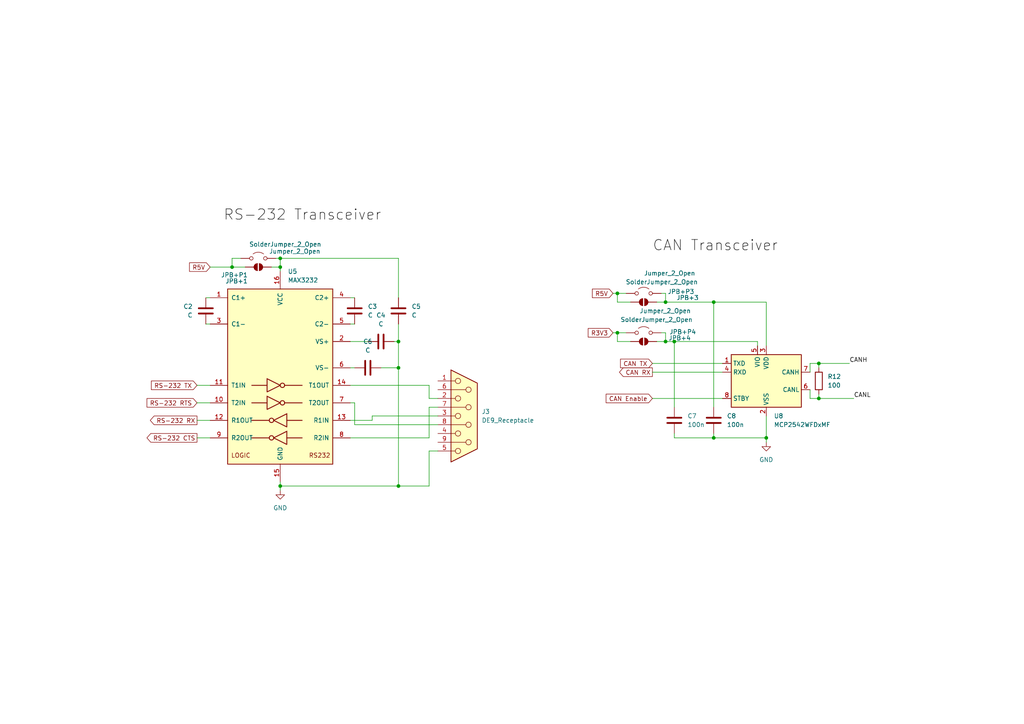
<source format=kicad_sch>
(kicad_sch (version 20231120) (generator "eeschema") (generator_version "8.0")
  (paper "A4")
  (lib_symbols
    (symbol "Connector:DE9_Receptacle" (pin_names (offset 1.016) hide)
      (property "Reference" "J" (at 0 13.97 0))
      (property "Value" "DE9_Receptacle" (at 0 -14.605 0))
      (symbol "DE9_Receptacle_0_1"
        (circle (center -1.778 -10.16) (radius 0.762))
        (circle (center -1.778 -5.08) (radius 0.762))
        (circle (center -1.778 0) (radius 0.762))
        (circle (center -1.778 5.08) (radius 0.762))
        (circle (center -1.778 10.16) (radius 0.762))
        (polyline (pts (xy -3.81 -10.16) (xy -2.54 -10.16)))
        (polyline (pts (xy -3.81 -7.62) (xy 0.508 -7.62)))
        (polyline (pts (xy -3.81 -5.08) (xy -2.54 -5.08)))
        (polyline (pts (xy -3.81 -2.54) (xy 0.508 -2.54)))
        (polyline (pts (xy -3.81 0) (xy -2.54 0)))
        (polyline (pts (xy -3.81 2.54) (xy 0.508 2.54)))
        (polyline (pts (xy -3.81 5.08) (xy -2.54 5.08)))
        (polyline (pts (xy -3.81 7.62) (xy 0.508 7.62)))
        (polyline (pts (xy -3.81 10.16) (xy -2.54 10.16)))
        (polyline (pts (xy -3.81 13.335) (xy -3.81 -13.335) (xy 3.81 -9.525) (xy 3.81 9.525) (xy -3.81 13.335)) (stroke (width 0.254)) (fill (type background)))
        (circle (center 1.27 -7.62) (radius 0.762))
        (circle (center 1.27 -2.54) (radius 0.762))
        (circle (center 1.27 2.54) (radius 0.762))
        (circle (center 1.27 7.62) (radius 0.762))
      )
      (symbol "DE9_Receptacle_1_1"
        (pin passive line (at -7.62 10.16 0) (length 3.81) (name "1") (number "1"))
        (pin passive line (at -7.62 5.08 0) (length 3.81) (name "2") (number "2"))
        (pin passive line (at -7.62 0 0) (length 3.81) (name "3") (number "3"))
        (pin passive line (at -7.62 -5.08 0) (length 3.81) (name "4") (number "4"))
        (pin passive line (at -7.62 -10.16 0) (length 3.81) (name "5") (number "5"))
        (pin passive line (at -7.62 7.62 0) (length 3.81) (name "6") (number "6"))
        (pin passive line (at -7.62 2.54 0) (length 3.81) (name "7") (number "7"))
        (pin passive line (at -7.62 -2.54 0) (length 3.81) (name "8") (number "8"))
        (pin passive line (at -7.62 -7.62 0) (length 3.81) (name "9") (number "9"))
      )
    )
    (symbol "Device:C" (pin_numbers hide) (pin_names (offset 0.254))
      (property "Reference" "C" (at 0.635 2.54 0))
      (property "Value" "C" (at 0.635 -2.54 0))
      (symbol "C_0_1"
        (polyline (pts (xy -2.032 -0.762) (xy 2.032 -0.762)) (stroke (width 0.508)))
        (polyline (pts (xy -2.032 0.762) (xy 2.032 0.762)) (stroke (width 0.508)))
      )
      (symbol "C_1_1"
        (pin passive line (at 0 3.81 270) (length 2.794) (name "~") (number "1"))
        (pin passive line (at 0 -3.81 90) (length 2.794) (name "~") (number "2"))
      )
    )
    (symbol "Device:R" (pin_numbers hide) (pin_names (offset 0))
      (property "Reference" "R" (at 2.032 0 90))
      (property "Value" "R" (at 0 0 90))
      (symbol "R_0_1"
        (rectangle (start -1.016 -2.54) (end 1.016 2.54) (stroke (width 0.254)))
      )
      (symbol "R_1_1"
        (pin passive line (at 0 3.81 270) (length 1.27) (name "~") (number "1"))
        (pin passive line (at 0 -3.81 90) (length 1.27) (name "~") (number "2"))
      )
    )
    (symbol "Interface_CAN_LIN:MCP2542WFDxMF"
      (property "Reference" "U" (at -10.16 8.89 0))
      (property "Value" "MCP2542WFDxMF" (at 2.54 8.89 0))
      (symbol "MCP2542WFDxMF_0_1"
        (rectangle (start -10.16 7.62) (end 10.16 -7.62) (stroke (width 0.254)) (fill (type background)))
      )
      (symbol "MCP2542WFDxMF_1_1"
        (pin input line (at -12.7 5.08 0) (length 2.54) (name "TXD") (number "1"))
        (pin power_in line (at 0 -10.16 90) (length 2.54) (name "VSS") (number "2"))
        (pin power_in line (at 0 10.16 270) (length 2.54) (name "VDD") (number "3"))
        (pin output line (at -12.7 2.54 0) (length 2.54) (name "RXD") (number "4"))
        (pin power_in line (at -2.54 10.16 270) (length 2.54) (name "VIO") (number "5"))
        (pin bidirectional line (at 12.7 -2.54 180) (length 2.54) (name "CANL") (number "6"))
        (pin bidirectional line (at 12.7 2.54 180) (length 2.54) (name "CANH") (number "7"))
        (pin input line (at -12.7 -5.08 0) (length 2.54) (name "STBY") (number "8"))
        (pin passive line (at 0 -10.16 90) (length 2.54) hide (name "VSS") (number "9"))
      )
    )
    (symbol "Interface_UART:MAX3232" (pin_names (offset 1.016))
      (property "Reference" "U" (at -2.54 28.575 0))
      (property "Value" "MAX3232" (at -2.54 26.67 0))
      (symbol "MAX3232_0_0"
        (text "LOGIC" (at -11.43 -22.86 0) (effects (font (size 1.27 1.27))))
        (text "RS232" (at 11.43 -22.86 0) (effects (font (size 1.27 1.27))))
      )
      (symbol "MAX3232_0_1"
        (rectangle (start -15.24 -25.4) (end 15.24 25.4) (stroke (width 0.254)) (fill (type background)))
        (circle (center -2.54 -17.78) (radius 0.635) (stroke (width 0.254)))
        (circle (center -2.54 -12.7) (radius 0.635) (stroke (width 0.254)))
        (polyline (pts (xy -3.81 -7.62) (xy -8.255 -7.62)) (stroke (width 0.254)))
        (polyline (pts (xy -3.81 -2.54) (xy -8.255 -2.54)) (stroke (width 0.254)))
        (polyline (pts (xy -3.175 -17.78) (xy -8.255 -17.78)) (stroke (width 0.254)))
        (polyline (pts (xy -3.175 -12.7) (xy -8.255 -12.7)) (stroke (width 0.254)))
        (polyline (pts (xy 1.27 -7.62) (xy 6.35 -7.62)) (stroke (width 0.254)))
        (polyline (pts (xy 1.27 -2.54) (xy 6.35 -2.54)) (stroke (width 0.254)))
        (polyline (pts (xy 1.905 -17.78) (xy 6.35 -17.78)) (stroke (width 0.254)))
        (polyline (pts (xy 1.905 -12.7) (xy 6.35 -12.7)) (stroke (width 0.254)))
        (polyline (pts (xy -3.81 -5.715) (xy -3.81 -9.525) (xy 0 -7.62) (xy -3.81 -5.715)) (stroke (width 0.254)))
        (polyline (pts (xy -3.81 -0.635) (xy -3.81 -4.445) (xy 0 -2.54) (xy -3.81 -0.635)) (stroke (width 0.254)))
        (polyline (pts (xy 1.905 -15.875) (xy 1.905 -19.685) (xy -1.905 -17.78) (xy 1.905 -15.875)) (stroke (width 0.254)))
        (polyline (pts (xy 1.905 -10.795) (xy 1.905 -14.605) (xy -1.905 -12.7) (xy 1.905 -10.795)) (stroke (width 0.254)))
        (circle (center 0.635 -7.62) (radius 0.635) (stroke (width 0.254)))
        (circle (center 0.635 -2.54) (radius 0.635) (stroke (width 0.254)))
      )
      (symbol "MAX3232_1_1"
        (pin passive line (at -20.32 22.86 0) (length 5.08) (name "C1+") (number "1"))
        (pin input line (at -20.32 -7.62 0) (length 5.08) (name "T2IN") (number "10"))
        (pin input line (at -20.32 -2.54 0) (length 5.08) (name "T1IN") (number "11"))
        (pin output line (at -20.32 -12.7 0) (length 5.08) (name "R1OUT") (number "12"))
        (pin input line (at 20.32 -12.7 180) (length 5.08) (name "R1IN") (number "13"))
        (pin output line (at 20.32 -2.54 180) (length 5.08) (name "T1OUT") (number "14"))
        (pin power_in line (at 0 -30.48 90) (length 5.08) (name "GND") (number "15"))
        (pin power_in line (at 0 30.48 270) (length 5.08) (name "VCC") (number "16"))
        (pin power_out line (at 20.32 10.16 180) (length 5.08) (name "VS+") (number "2"))
        (pin passive line (at -20.32 15.24 0) (length 5.08) (name "C1-") (number "3"))
        (pin passive line (at 20.32 22.86 180) (length 5.08) (name "C2+") (number "4"))
        (pin passive line (at 20.32 15.24 180) (length 5.08) (name "C2-") (number "5"))
        (pin power_out line (at 20.32 2.54 180) (length 5.08) (name "VS-") (number "6"))
        (pin output line (at 20.32 -7.62 180) (length 5.08) (name "T2OUT") (number "7"))
        (pin input line (at 20.32 -17.78 180) (length 5.08) (name "R2IN") (number "8"))
        (pin output line (at -20.32 -17.78 0) (length 5.08) (name "R2OUT") (number "9"))
      )
    )
    (symbol "Jumper:Jumper_2_Open" (pin_numbers hide) (pin_names (offset 0) hide) (exclude_from_sim yes)
      (property "Reference" "JP" (at 0 2.794 0))
      (property "Value" "Jumper_2_Open" (at 0 -2.286 0))
      (symbol "Jumper_2_Open_0_0"
        (circle (center -2.032 0) (radius 0.508))
        (circle (center 2.032 0) (radius 0.508))
      )
      (symbol "Jumper_2_Open_0_1"
        (arc (start 1.524 1.27) (mid 0 1.778) (end -1.524 1.27))
      )
      (symbol "Jumper_2_Open_1_1"
        (pin passive line (at -5.08 0 0) (length 2.54) (name "A") (number "1"))
        (pin passive line (at 5.08 0 180) (length 2.54) (name "B") (number "2"))
      )
    )
    (symbol "Jumper:SolderJumper_2_Open" (pin_numbers hide) (pin_names (offset 0) hide) (exclude_from_sim yes) (in_bom no)
      (property "Reference" "JP" (at 0 2.032 0))
      (property "Value" "SolderJumper_2_Open" (at 0 -2.54 0))
      (symbol "SolderJumper_2_Open_0_1"
        (arc (start -0.254 1.016) (mid -1.2656 0) (end -0.254 -1.016))
        (arc (start -0.254 1.016) (mid -1.2656 0) (end -0.254 -1.016) (fill (type outline)))
        (polyline (pts (xy -0.254 1.016) (xy -0.254 -1.016)))
        (polyline (pts (xy 0.254 1.016) (xy 0.254 -1.016)))
        (arc (start 0.254 -1.016) (mid 1.2656 0) (end 0.254 1.016))
        (arc (start 0.254 -1.016) (mid 1.2656 0) (end 0.254 1.016) (fill (type outline)))
      )
      (symbol "SolderJumper_2_Open_1_1"
        (pin passive line (at -3.81 0 0) (length 2.54) (name "A") (number "1"))
        (pin passive line (at 3.81 0 180) (length 2.54) (name "B") (number "2"))
      )
    )
    (symbol "power:GND" (power) (pin_numbers hide) (pin_names (offset 0) hide)
      (property "Value" "GND" (at 0 -3.81 0))
      (symbol "GND_0_1"
        (polyline (pts (xy 0 0) (xy 0 -1.27) (xy 1.27 -1.27) (xy 0 -2.54) (xy -1.27 -1.27) (xy 0 -1.27)))
      )
      (symbol "GND_1_1"
        (pin power_in line (at 0 0 270) (length 0) (name "~") (number "1"))
      )
    )
  )
  (junction (at 237.49 105.41))
  (junction (at 237.49 115.57))
  (junction (at 81.28 140.97))
  (junction (at 115.57 106.68))
  (junction (at 207.01 87.63))
  (junction (at 67.31 77.47))
  (junction (at 193.04 99.06))
  (junction (at 81.28 74.93))
  (junction (at 193.04 87.63))
  (junction (at 179.07 96.52))
  (junction (at 81.28 77.47))
  (junction (at 222.25 127))
  (junction (at 115.57 140.97))
  (junction (at 207.01 127))
  (junction (at 179.07 85.09))
  (junction (at 115.57 99.06))
  (junction (at 195.58 99.06))
  (wire (pts (xy 193.04 87.63) (xy 193.04 85.09)))
  (wire (pts (xy 193.04 99.06) (xy 195.58 99.06)))
  (wire (pts (xy 189.23 115.57) (xy 209.55 115.57)))
  (wire (pts (xy 234.95 113.03) (xy 234.95 115.57)))
  (wire (pts (xy 179.07 87.63) (xy 179.07 85.09)))
  (wire (pts (xy 207.01 118.11) (xy 207.01 87.63)))
  (wire (pts (xy 195.58 125.73) (xy 195.58 127)))
  (wire (pts (xy 81.28 74.93) (xy 115.57 74.93)))
  (wire (pts (xy 207.01 125.73) (xy 207.01 127)))
  (wire (pts (xy 189.23 105.41) (xy 209.55 105.41)))
  (wire (pts (xy 115.57 99.06) (xy 115.57 106.68)))
  (wire (pts (xy 124.46 140.97) (xy 124.46 130.81)))
  (wire (pts (xy 179.07 96.52) (xy 179.07 99.06)))
  (wire (pts (xy 182.88 99.06) (xy 179.07 99.06)))
  (wire (pts (xy 59.69 93.98) (xy 60.96 93.98)))
  (wire (pts (xy 101.6 106.68) (xy 102.87 106.68)))
  (wire (pts (xy 101.6 127) (xy 124.46 127)))
  (wire (pts (xy 195.58 99.06) (xy 219.71 99.06)))
  (wire (pts (xy 124.46 115.57) (xy 127 115.57)))
  (wire (pts (xy 124.46 127) (xy 124.46 118.11)))
  (wire (pts (xy 124.46 118.11) (xy 127 118.11)))
  (wire (pts (xy 237.49 105.41) (xy 237.49 106.68)))
  (wire (pts (xy 195.58 127) (xy 207.01 127)))
  (wire (pts (xy 101.6 99.06) (xy 106.68 99.06)))
  (wire (pts (xy 124.46 130.81) (xy 127 130.81)))
  (wire (pts (xy 190.5 87.63) (xy 193.04 87.63)))
  (wire (pts (xy 115.57 106.68) (xy 115.57 140.97)))
  (wire (pts (xy 193.04 96.52) (xy 191.77 96.52)))
  (wire (pts (xy 101.6 111.76) (xy 124.46 111.76)))
  (wire (pts (xy 59.69 86.36) (xy 60.96 86.36)))
  (wire (pts (xy 222.25 120.65) (xy 222.25 127)))
  (wire (pts (xy 71.12 77.47) (xy 67.31 77.47)))
  (wire (pts (xy 193.04 96.52) (xy 193.04 99.06)))
  (wire (pts (xy 57.15 111.76) (xy 60.96 111.76)))
  (wire (pts (xy 78.74 77.47) (xy 81.28 77.47)))
  (wire (pts (xy 107.95 120.65) (xy 127 120.65)))
  (wire (pts (xy 234.95 105.41) (xy 234.95 107.95)))
  (wire (pts (xy 237.49 105.41) (xy 234.95 105.41)))
  (wire (pts (xy 69.85 74.93) (xy 67.31 74.93)))
  (wire (pts (xy 101.6 116.84) (xy 102.87 116.84)))
  (wire (pts (xy 207.01 127) (xy 222.25 127)))
  (wire (pts (xy 57.15 121.92) (xy 60.96 121.92)))
  (wire (pts (xy 102.87 123.19) (xy 127 123.19)))
  (wire (pts (xy 81.28 77.47) (xy 81.28 78.74)))
  (wire (pts (xy 124.46 111.76) (xy 124.46 115.57)))
  (wire (pts (xy 182.88 87.63) (xy 179.07 87.63)))
  (wire (pts (xy 181.61 96.52) (xy 179.07 96.52)))
  (wire (pts (xy 237.49 115.57) (xy 234.95 115.57)))
  (wire (pts (xy 67.31 74.93) (xy 67.31 77.47)))
  (wire (pts (xy 237.49 115.57) (xy 237.49 114.3)))
  (wire (pts (xy 195.58 99.06) (xy 195.58 118.11)))
  (wire (pts (xy 60.96 77.47) (xy 67.31 77.47)))
  (wire (pts (xy 81.28 142.24) (xy 81.28 140.97)))
  (wire (pts (xy 114.3 99.06) (xy 115.57 99.06)))
  (wire (pts (xy 190.5 99.06) (xy 193.04 99.06)))
  (wire (pts (xy 219.71 99.06) (xy 219.71 100.33)))
  (wire (pts (xy 102.87 116.84) (xy 102.87 123.19)))
  (wire (pts (xy 115.57 140.97) (xy 81.28 140.97)))
  (wire (pts (xy 246.38 105.41) (xy 237.49 105.41)))
  (wire (pts (xy 247.65 115.57) (xy 237.49 115.57)))
  (wire (pts (xy 115.57 93.98) (xy 115.57 99.06)))
  (wire (pts (xy 189.23 107.95) (xy 209.55 107.95)))
  (wire (pts (xy 57.15 116.84) (xy 60.96 116.84)))
  (wire (pts (xy 107.95 121.92) (xy 107.95 120.65)))
  (wire (pts (xy 81.28 140.97) (xy 81.28 139.7)))
  (wire (pts (xy 110.49 106.68) (xy 115.57 106.68)))
  (wire (pts (xy 193.04 87.63) (xy 207.01 87.63)))
  (wire (pts (xy 222.25 87.63) (xy 222.25 100.33)))
  (wire (pts (xy 207.01 87.63) (xy 222.25 87.63)))
  (wire (pts (xy 101.6 86.36) (xy 102.87 86.36)))
  (wire (pts (xy 81.28 74.93) (xy 81.28 77.47)))
  (wire (pts (xy 181.61 85.09) (xy 179.07 85.09)))
  (wire (pts (xy 81.28 74.93) (xy 80.01 74.93)))
  (wire (pts (xy 101.6 93.98) (xy 102.87 93.98)))
  (wire (pts (xy 193.04 85.09) (xy 191.77 85.09)))
  (wire (pts (xy 115.57 140.97) (xy 124.46 140.97)))
  (wire (pts (xy 177.8 96.52) (xy 179.07 96.52)))
  (wire (pts (xy 101.6 121.92) (xy 107.95 121.92)))
  (wire (pts (xy 57.15 127) (xy 60.96 127)))
  (wire (pts (xy 115.57 86.36) (xy 115.57 74.93)))
  (wire (pts (xy 222.25 127) (xy 222.25 128.27)))
  (wire (pts (xy 177.8 85.09) (xy 179.07 85.09)))
  (label "CANH" (at 246.38 105.41 0))
  (label "CAN Transceiver" (at 189.23 73.66 0) (effects (font (size 3 3))))
  (label "RS-232 Transceiver" (at 64.77 64.77 0) (effects (font (size 3 3))))
  (label "CANL" (at 247.65 115.57 0))
  (global_label "RS-232 CTS" (shape output) (at 57.15 127 180) (property "Intersheetrefs" "${INTERSHEET_REFS}" (effects (hide yes))))
  (global_label "CAN TX" (shape input) (at 189.23 105.41 180) (property "Intersheetrefs" "${INTERSHEET_REFS}" (effects (hide yes))))
  (global_label "CAN Enable" (shape input) (at 189.23 115.57 180) (property "Intersheetrefs" "${INTERSHEET_REFS}" (effects (hide yes))))
  (global_label "R3V3" (shape input) (at 177.8 96.52 180) (property "Intersheetrefs" "${INTERSHEET_REFS}" (effects (hide yes))))
  (global_label "RS-232 RX" (shape output) (at 57.15 121.92 180) (property "Intersheetrefs" "${INTERSHEET_REFS}" (effects (hide yes))))
  (global_label "CAN RX" (shape output) (at 189.23 107.95 180) (property "Intersheetrefs" "${INTERSHEET_REFS}" (effects (hide yes))))
  (global_label "R5V" (shape input) (at 177.8 85.09 180) (property "Intersheetrefs" "${INTERSHEET_REFS}" (effects (hide yes))))
  (global_label "R5V" (shape input) (at 60.96 77.47 180) (property "Intersheetrefs" "${INTERSHEET_REFS}" (effects (hide yes))))
  (global_label "RS-232 TX" (shape input) (at 57.15 111.76 180) (property "Intersheetrefs" "${INTERSHEET_REFS}" (effects (hide yes))))
  (global_label "RS-232 RTS" (shape input) (at 57.15 116.84 180) (property "Intersheetrefs" "${INTERSHEET_REFS}" (effects (hide yes))))
  (symbol (lib_id "Jumper:SolderJumper_2_Open") (at 74.93 77.47 180) (unit 1) (exclude_from_sim yes) (in_bom no)
    (property "Reference" "JPB+P1" (at 71.882 79.756 0) (effects (justify left)))
    (property "Value" "SolderJumper_2_Open" (at 93.218 70.866 0) (effects (justify left)))
    (property "Description" "Solder Jumper, 2-pole, open" (effects (hide yes)))
  )
  (symbol (lib_id "Jumper:Jumper_2_Open") (at 74.93 74.93 0) (unit 1) (exclude_from_sim yes)
    (property "Reference" "JPB+1" (at 71.882 81.534 0) (effects (justify right)))
    (property "Value" "Jumper_2_Open" (at 92.964 72.898 0) (effects (justify right)))
    (property "Description" "Jumper, 2-pole, open" (effects (hide yes)))
  )
  (symbol (lib_id "Device:C") (at 59.69 90.17 0) (mirror y) (unit 1)
    (property "Reference" "C2" (at 55.88 88.8999 0) (effects (justify left)))
    (property "Value" "C" (at 55.88 91.4399 0) (effects (justify left)))
    (property "Description" "Unpolarized capacitor" (effects (hide yes)))
  )
  (symbol (lib_id "Jumper:SolderJumper_2_Open") (at 186.69 87.63 180) (unit 1) (exclude_from_sim yes) (in_bom no)
    (property "Reference" "JPB+P3" (at 201.422 84.582 0) (effects (justify left)))
    (property "Value" "SolderJumper_2_Open" (at 202.438 81.788 0) (effects (justify left)))
    (property "Description" "Solder Jumper, 2-pole, open" (effects (hide yes)))
  )
  (symbol (lib_id "Device:C") (at 207.01 121.92 0) (unit 1)
    (property "Reference" "C8" (at 210.82 120.6499 0) (effects (justify left)))
    (property "Value" "100n" (at 210.82 123.1899 0) (effects (justify left)))
    (property "Description" "Unpolarized capacitor" (effects (hide yes)))
  )
  (symbol (lib_id "power:GND") (at 81.28 142.24 0) (unit 1)
    (property "Reference" "#PWR09" (effects (hide yes)))
    (property "Value" "GND" (at 81.28 147.32 0))
    (property "Description" "Power symbol creates a global label with name \"GND\" , ground" (effects (hide yes)))
  )
  (symbol (lib_id "Device:C") (at 102.87 90.17 0) (unit 1)
    (property "Reference" "C3" (at 106.68 88.8999 0) (effects (justify left)))
    (property "Value" "C" (at 106.68 91.4399 0) (effects (justify left)))
    (property "Description" "Unpolarized capacitor" (effects (hide yes)))
  )
  (symbol (lib_id "Device:C") (at 195.58 121.92 0) (unit 1)
    (property "Reference" "C7" (at 199.39 120.6499 0) (effects (justify left)))
    (property "Value" "100n" (at 199.39 123.1899 0) (effects (justify left)))
    (property "Description" "Unpolarized capacitor" (effects (hide yes)))
  )
  (symbol (lib_id "Device:C") (at 115.57 90.17 0) (unit 1)
    (property "Reference" "C5" (at 119.38 88.8999 0) (effects (justify left)))
    (property "Value" "C" (at 119.38 91.4399 0) (effects (justify left)))
    (property "Description" "Unpolarized capacitor" (effects (hide yes)))
  )
  (symbol (lib_id "Device:C") (at 110.49 99.06 90) (unit 1)
    (property "Reference" "C4" (at 110.49 91.44 90))
    (property "Value" "C" (at 110.49 93.98 90))
    (property "Description" "Unpolarized capacitor" (effects (hide yes)))
  )
  (symbol (lib_id "Interface_UART:MAX3232") (at 81.28 109.22 0) (unit 1)
    (property "Reference" "U5" (at 83.4741 78.74 0) (effects (justify left)))
    (property "Value" "MAX3232" (at 83.4741 81.28 0) (effects (justify left)))
    (property "Datasheet" "https://datasheets.maximintegrated.com/en/ds/MAX3222-MAX3241.pdf" (effects (hide yes)))
    (property "Description" "3.0V to 5.5V, Low-Power, up to 1Mbps, True RS-232 Transceivers Using Four 0.1μF External Capacitors" (effects (hide yes)))
  )
  (symbol (lib_id "Device:R") (at 237.49 110.49 0) (unit 1)
    (property "Reference" "R12" (at 240.03 109.2199 0) (effects (justify left)))
    (property "Value" "100" (at 240.03 111.7599 0) (effects (justify left)))
    (property "Description" "Resistor" (effects (hide yes)))
  )
  (symbol (lib_id "Interface_CAN_LIN:MCP2542WFDxMF") (at 222.25 110.49 0) (unit 1)
    (property "Reference" "U8" (at 224.4441 120.65 0) (effects (justify left)))
    (property "Value" "MCP2542WFDxMF" (at 224.4441 123.19 0) (effects (justify left)))
    (property "Footprint" "Package_DFN_QFN:DFN-8-1EP_3x3mm_P0.65mm_EP1.55x2.4mm" (effects (hide yes)))
    (property "Datasheet" "http://ww1.microchip.com/downloads/en/DeviceDoc/MCP2542FD-4FD-MCP2542WFD-4WFD-Data-Sheet20005514B.pdf" (effects (hide yes)))
    (property "Description" "CAN-FD Transceiver, Wake-Up on CAN Pattern, 8Mbps, 5V supply, STBY pin, 3x3 DFN-8" (effects (hide yes)))
  )
  (symbol (lib_id "Jumper:Jumper_2_Open") (at 186.69 85.09 0) (unit 1) (exclude_from_sim yes)
    (property "Reference" "JPB+3" (at 202.692 86.36 0) (effects (justify right)))
    (property "Value" "Jumper_2_Open" (at 201.676 79.248 0) (effects (justify right)))
    (property "Description" "Jumper, 2-pole, open" (effects (hide yes)))
  )
  (symbol (lib_id "Connector:DE9_Receptacle") (at 134.62 120.65 0) (unit 1)
    (property "Reference" "J3" (at 139.7 119.3799 0) (effects (justify left)))
    (property "Value" "DE9_Receptacle" (at 139.7 121.9199 0) (effects (justify left)))
    (property "Description" "9-pin female receptacle socket D-SUB connector" (effects (hide yes)))
  )
  (symbol (lib_id "power:GND") (at 222.25 128.27 0) (unit 1)
    (property "Reference" "#PWR010" (effects (hide yes)))
    (property "Value" "GND" (at 222.25 133.35 0))
    (property "Description" "Power symbol creates a global label with name \"GND\" , ground" (effects (hide yes)))
  )
  (symbol (lib_id "Device:C") (at 106.68 106.68 270) (unit 1)
    (property "Reference" "C6" (at 106.68 99.06 90))
    (property "Value" "C" (at 106.68 101.6 90))
    (property "Description" "Unpolarized capacitor" (effects (hide yes)))
  )
  (symbol (lib_id "Jumper:Jumper_2_Open") (at 186.69 96.52 0) (unit 1) (exclude_from_sim yes)
    (property "Reference" "JPB+4" (at 200.406 98.044 0) (effects (justify right)))
    (property "Value" "Jumper_2_Open" (at 200.406 90.17 0) (effects (justify right)))
    (property "Description" "Jumper, 2-pole, open" (effects (hide yes)))
  )
  (symbol (lib_id "Jumper:SolderJumper_2_Open") (at 186.69 99.06 180) (unit 1) (exclude_from_sim yes) (in_bom no)
    (property "Reference" "JPB+P4" (at 201.93 96.266 0) (effects (justify left)))
    (property "Value" "SolderJumper_2_Open" (at 200.914 92.71 0) (effects (justify left)))
    (property "Description" "Solder Jumper, 2-pole, open" (effects (hide yes)))
  )
)
</source>
